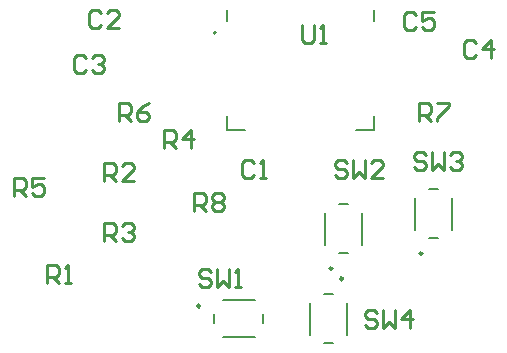
<source format=gto>
G04*
G04 #@! TF.GenerationSoftware,Altium Limited,Altium Designer,25.4.2 (15)*
G04*
G04 Layer_Color=65535*
%FSLAX44Y44*%
%MOMM*%
G71*
G04*
G04 #@! TF.SameCoordinates,122F49FF-69CD-467C-8DFD-42ED72D14C47*
G04*
G04*
G04 #@! TF.FilePolarity,Positive*
G04*
G01*
G75*
%ADD10C,0.2000*%
%ADD11C,0.2500*%
%ADD12C,0.2540*%
D10*
X196733Y280050D02*
G03*
X196733Y280050I-1000J0D01*
G01*
X205733Y290050D02*
Y299050D01*
Y197550D02*
Y210050D01*
Y197550D02*
X221232D01*
X315233D02*
X330733D01*
Y210050D01*
Y290050D02*
Y299050D01*
X320800Y100800D02*
Y127800D01*
X288800Y100800D02*
Y127800D01*
X300800Y93300D02*
X308800D01*
X300800Y135300D02*
X308800D01*
X276100Y24600D02*
Y51600D01*
X308100Y24600D02*
Y51600D01*
X288100Y59100D02*
X296100D01*
X288100Y17100D02*
X296100D01*
X202400Y22100D02*
X229400D01*
X202400Y54100D02*
X229400D01*
X194900Y34100D02*
Y42100D01*
X236900Y34100D02*
Y42100D01*
X397000Y113500D02*
Y140500D01*
X365000Y113500D02*
Y140500D01*
X377000Y106000D02*
X385000D01*
X377000Y148000D02*
X385000D01*
D11*
X295300Y80550D02*
G03*
X295300Y80550I-1250J0D01*
G01*
X304100Y71850D02*
G03*
X304100Y71850I-1250J0D01*
G01*
X183400Y48850D02*
G03*
X183400Y48850I-1250J0D01*
G01*
X371500Y93250D02*
G03*
X371500Y93250I-1250J0D01*
G01*
D12*
X269243Y287017D02*
Y274322D01*
X271782Y271782D01*
X276861D01*
X279400Y274322D01*
Y287017D01*
X284478Y271782D02*
X289557D01*
X287018D01*
Y287017D01*
X284478Y284478D01*
X99061Y297178D02*
X96522Y299718D01*
X91443D01*
X88904Y297178D01*
Y287022D01*
X91443Y284482D01*
X96522D01*
X99061Y287022D01*
X114296Y284482D02*
X104139D01*
X114296Y294639D01*
Y297178D01*
X111757Y299718D01*
X106678D01*
X104139Y297178D01*
X416561Y271778D02*
X414022Y274317D01*
X408943D01*
X406404Y271778D01*
Y261622D01*
X408943Y259083D01*
X414022D01*
X416561Y261622D01*
X429257Y259083D02*
Y274317D01*
X421639Y266700D01*
X431796D01*
X86361Y259078D02*
X83822Y261618D01*
X78743D01*
X76204Y259078D01*
Y248922D01*
X78743Y246383D01*
X83822D01*
X86361Y248922D01*
X91439Y259078D02*
X93978Y261618D01*
X99057D01*
X101596Y259078D01*
Y256539D01*
X99057Y254000D01*
X96517D01*
X99057D01*
X101596Y251461D01*
Y248922D01*
X99057Y246383D01*
X93978D01*
X91439Y248922D01*
X53343Y68583D02*
Y83818D01*
X60961D01*
X63500Y81278D01*
Y76200D01*
X60961Y73661D01*
X53343D01*
X58422D02*
X63500Y68583D01*
X68578D02*
X73657D01*
X71118D01*
Y83818D01*
X68578Y81278D01*
X307343Y170178D02*
X304804Y172717D01*
X299726D01*
X297187Y170178D01*
Y167639D01*
X299726Y165100D01*
X304804D01*
X307343Y162561D01*
Y160022D01*
X304804Y157483D01*
X299726D01*
X297187Y160022D01*
X312422Y172717D02*
Y157483D01*
X317500Y162561D01*
X322578Y157483D01*
Y172717D01*
X337813Y157483D02*
X327657D01*
X337813Y167639D01*
Y170178D01*
X335274Y172717D01*
X330196D01*
X327657Y170178D01*
X228600D02*
X226061Y172717D01*
X220982D01*
X218443Y170178D01*
Y160022D01*
X220982Y157483D01*
X226061D01*
X228600Y160022D01*
X233678Y157483D02*
X238757D01*
X236218D01*
Y172717D01*
X233678Y170178D01*
X152404Y182882D02*
Y198118D01*
X160022D01*
X162561Y195578D01*
Y190500D01*
X160022Y187961D01*
X152404D01*
X157483D02*
X162561Y182882D01*
X175257D02*
Y198118D01*
X167639Y190500D01*
X177796D01*
X332743Y43179D02*
X330204Y45718D01*
X325126Y45718D01*
X322587Y43179D01*
X322587Y40639D01*
X325126Y38100D01*
X330204Y38100D01*
X332743Y35561D01*
X332743Y33022D01*
X330204Y30483D01*
X325126Y30483D01*
X322587Y33022D01*
X337822Y45718D02*
X337822Y30482D01*
X342900Y35561D01*
X347978Y30482D01*
X347979Y45718D01*
X360674Y30482D02*
X360674Y45717D01*
X353057Y38100D01*
X363213Y38100D01*
X192275Y77720D02*
X189736Y80259D01*
X184657D01*
X182118Y77720D01*
Y75181D01*
X184657Y72642D01*
X189736D01*
X192275Y70102D01*
Y67563D01*
X189736Y65024D01*
X184657D01*
X182118Y67563D01*
X197353Y80259D02*
Y65024D01*
X202431Y70102D01*
X207510Y65024D01*
Y80259D01*
X212588Y65024D02*
X217666D01*
X215127D01*
Y80259D01*
X212588Y77720D01*
X374393Y176526D02*
X371853Y179065D01*
X366775D01*
X364236Y176526D01*
Y173987D01*
X366775Y171448D01*
X371853D01*
X374393Y168908D01*
Y166369D01*
X371853Y163830D01*
X366775D01*
X364236Y166369D01*
X379471Y179065D02*
Y163830D01*
X384549Y168908D01*
X389628Y163830D01*
Y179065D01*
X394706Y176526D02*
X397245Y179065D01*
X402324D01*
X404863Y176526D01*
Y173987D01*
X402324Y171448D01*
X399785D01*
X402324D01*
X404863Y168908D01*
Y166369D01*
X402324Y163830D01*
X397245D01*
X394706Y166369D01*
X368300Y205486D02*
Y220721D01*
X375918D01*
X378457Y218182D01*
Y213104D01*
X375918Y210564D01*
X368300D01*
X373378D02*
X378457Y205486D01*
X383535Y220721D02*
X393692D01*
Y218182D01*
X383535Y208025D01*
Y205486D01*
X25400Y141986D02*
Y157221D01*
X33017D01*
X35557Y154682D01*
Y149604D01*
X33017Y147064D01*
X25400D01*
X30478D02*
X35557Y141986D01*
X50792Y157221D02*
X40635D01*
Y149604D01*
X45713Y152143D01*
X48253D01*
X50792Y149604D01*
Y144525D01*
X48253Y141986D01*
X43174D01*
X40635Y144525D01*
X101600Y103886D02*
Y119121D01*
X109218D01*
X111757Y116582D01*
Y111503D01*
X109218Y108964D01*
X101600D01*
X106678D02*
X111757Y103886D01*
X116835Y116582D02*
X119374Y119121D01*
X124453D01*
X126992Y116582D01*
Y114043D01*
X124453Y111503D01*
X121913D01*
X124453D01*
X126992Y108964D01*
Y106425D01*
X124453Y103886D01*
X119374D01*
X116835Y106425D01*
X101600Y154686D02*
Y169921D01*
X109218D01*
X111757Y167382D01*
Y162304D01*
X109218Y159764D01*
X101600D01*
X106678D02*
X111757Y154686D01*
X126992D02*
X116835D01*
X126992Y164843D01*
Y167382D01*
X124453Y169921D01*
X119374D01*
X116835Y167382D01*
X114300Y205486D02*
Y220721D01*
X121917D01*
X124457Y218182D01*
Y213104D01*
X121917Y210564D01*
X114300D01*
X119378D02*
X124457Y205486D01*
X139692Y220721D02*
X134613Y218182D01*
X129535Y213104D01*
Y208025D01*
X132074Y205486D01*
X137153D01*
X139692Y208025D01*
Y210564D01*
X137153Y213104D01*
X129535D01*
X365757Y294890D02*
X363218Y297429D01*
X358139D01*
X355600Y294890D01*
Y284733D01*
X358139Y282194D01*
X363218D01*
X365757Y284733D01*
X380992Y297429D02*
X370835D01*
Y289811D01*
X375913Y292351D01*
X378453D01*
X380992Y289811D01*
Y284733D01*
X378453Y282194D01*
X373374D01*
X370835Y284733D01*
X177800Y129286D02*
Y144521D01*
X185417D01*
X187957Y141982D01*
Y136903D01*
X185417Y134364D01*
X177800D01*
X182878D02*
X187957Y129286D01*
X193035Y141982D02*
X195574Y144521D01*
X200653D01*
X203192Y141982D01*
Y139443D01*
X200653Y136903D01*
X203192Y134364D01*
Y131825D01*
X200653Y129286D01*
X195574D01*
X193035Y131825D01*
Y134364D01*
X195574Y136903D01*
X193035Y139443D01*
Y141982D01*
X195574Y136903D02*
X200653D01*
M02*

</source>
